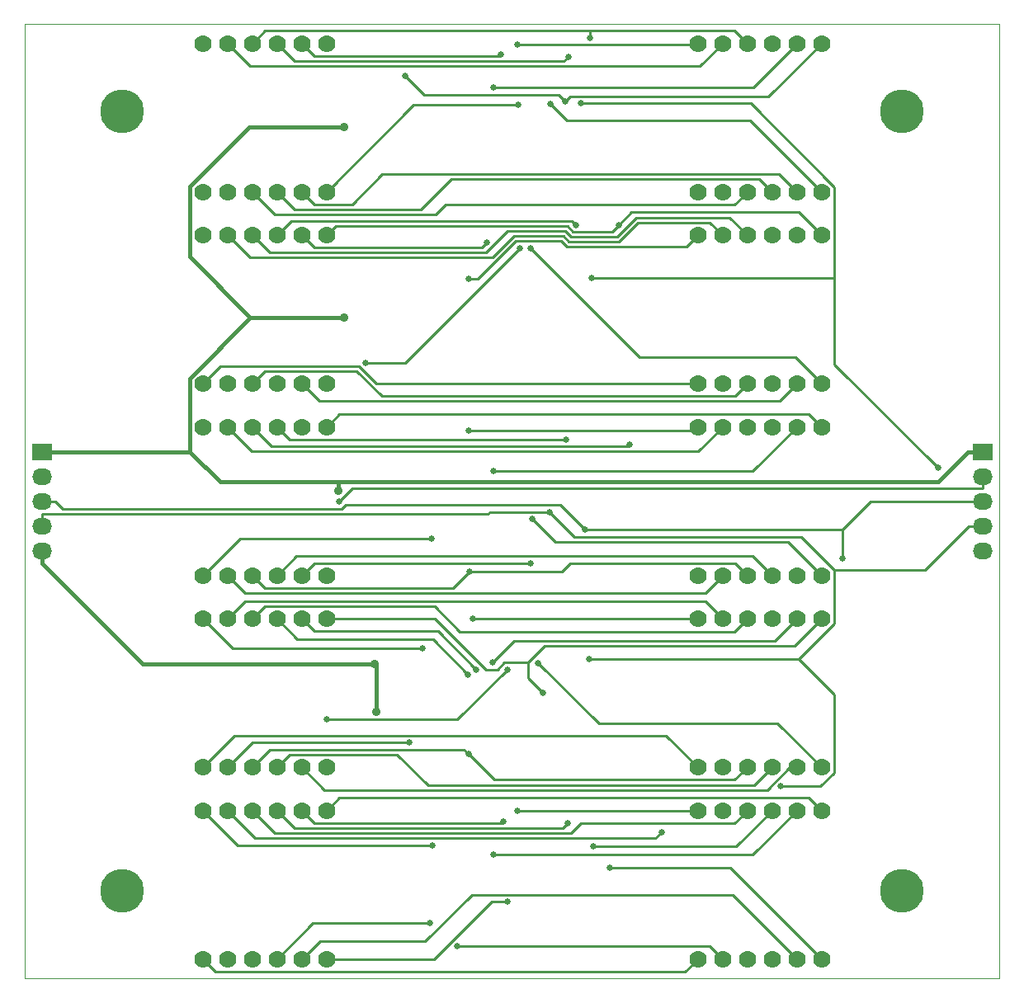
<source format=gtl>
G04 #@! TF.FileFunction,Copper,L1,Top,Signal*
%FSLAX46Y46*%
G04 Gerber Fmt 4.6, Leading zero omitted, Abs format (unit mm)*
G04 Created by KiCad (PCBNEW 4.0.2-stable) date 11/09/2016 10:57:48*
%MOMM*%
G01*
G04 APERTURE LIST*
%ADD10C,0.150000*%
%ADD11C,0.100000*%
%ADD12C,1.778000*%
%ADD13C,4.500880*%
%ADD14R,2.032000X1.727200*%
%ADD15O,2.032000X1.727200*%
%ADD16C,0.635000*%
%ADD17C,0.889000*%
%ADD18C,0.254000*%
%ADD19C,0.406400*%
G04 APERTURE END LIST*
D10*
D11*
X50800000Y-29000000D02*
X50800000Y-127000000D01*
X150800000Y-29000000D02*
X150800000Y-127000000D01*
X50800000Y-29000000D02*
X150800000Y-29000000D01*
X150800000Y-127000000D02*
X50800000Y-127000000D01*
D12*
X69050000Y-46250000D03*
X71590000Y-46250000D03*
X74130000Y-46250000D03*
X76670000Y-46250000D03*
X79210000Y-46250000D03*
X81750000Y-46250000D03*
X81750000Y-31010000D03*
X79210000Y-31010000D03*
X74130000Y-31010000D03*
X76670000Y-31010000D03*
X71590000Y-31010000D03*
X69050000Y-31010000D03*
D13*
X140800000Y-118000000D03*
X140800000Y-38000000D03*
X60800000Y-118000000D03*
X60800000Y-38000000D03*
D14*
X52540000Y-72920000D03*
D15*
X52540000Y-75460000D03*
X52540000Y-78000000D03*
X52540000Y-80540000D03*
X52540000Y-83080000D03*
D14*
X149060000Y-72920000D03*
D15*
X149060000Y-75460000D03*
X149060000Y-78000000D03*
X149060000Y-80540000D03*
X149060000Y-83080000D03*
D12*
X119850000Y-46250000D03*
X122390000Y-46250000D03*
X124930000Y-46250000D03*
X127470000Y-46250000D03*
X130010000Y-46250000D03*
X132550000Y-46250000D03*
X132550000Y-31010000D03*
X130010000Y-31010000D03*
X124930000Y-31010000D03*
X127470000Y-31010000D03*
X122390000Y-31010000D03*
X119850000Y-31010000D03*
X69050000Y-65935000D03*
X71590000Y-65935000D03*
X74130000Y-65935000D03*
X76670000Y-65935000D03*
X79210000Y-65935000D03*
X81750000Y-65935000D03*
X81750000Y-50695000D03*
X79210000Y-50695000D03*
X74130000Y-50695000D03*
X76670000Y-50695000D03*
X71590000Y-50695000D03*
X69050000Y-50695000D03*
X119850000Y-65935000D03*
X122390000Y-65935000D03*
X124930000Y-65935000D03*
X127470000Y-65935000D03*
X130010000Y-65935000D03*
X132550000Y-65935000D03*
X132550000Y-50695000D03*
X130010000Y-50695000D03*
X124930000Y-50695000D03*
X127470000Y-50695000D03*
X122390000Y-50695000D03*
X119850000Y-50695000D03*
X69050000Y-85620000D03*
X71590000Y-85620000D03*
X74130000Y-85620000D03*
X76670000Y-85620000D03*
X79210000Y-85620000D03*
X81750000Y-85620000D03*
X81750000Y-70380000D03*
X79210000Y-70380000D03*
X74130000Y-70380000D03*
X76670000Y-70380000D03*
X71590000Y-70380000D03*
X69050000Y-70380000D03*
X119850000Y-85620000D03*
X122390000Y-85620000D03*
X124930000Y-85620000D03*
X127470000Y-85620000D03*
X130010000Y-85620000D03*
X132550000Y-85620000D03*
X132550000Y-70380000D03*
X130010000Y-70380000D03*
X124930000Y-70380000D03*
X127470000Y-70380000D03*
X122390000Y-70380000D03*
X119850000Y-70380000D03*
X69050000Y-105305000D03*
X71590000Y-105305000D03*
X74130000Y-105305000D03*
X76670000Y-105305000D03*
X79210000Y-105305000D03*
X81750000Y-105305000D03*
X81750000Y-90065000D03*
X79210000Y-90065000D03*
X74130000Y-90065000D03*
X76670000Y-90065000D03*
X71590000Y-90065000D03*
X69050000Y-90065000D03*
X119850000Y-105305000D03*
X122390000Y-105305000D03*
X124930000Y-105305000D03*
X127470000Y-105305000D03*
X130010000Y-105305000D03*
X132550000Y-105305000D03*
X132550000Y-90065000D03*
X130010000Y-90065000D03*
X124930000Y-90065000D03*
X127470000Y-90065000D03*
X122390000Y-90065000D03*
X119850000Y-90065000D03*
X69050000Y-124990000D03*
X71590000Y-124990000D03*
X74130000Y-124990000D03*
X76670000Y-124990000D03*
X79210000Y-124990000D03*
X81750000Y-124990000D03*
X81750000Y-109750000D03*
X79210000Y-109750000D03*
X74130000Y-109750000D03*
X76670000Y-109750000D03*
X71590000Y-109750000D03*
X69050000Y-109750000D03*
X119850000Y-124990000D03*
X122390000Y-124990000D03*
X124930000Y-124990000D03*
X127470000Y-124990000D03*
X130010000Y-124990000D03*
X132550000Y-124990000D03*
X132550000Y-109750000D03*
X130010000Y-109750000D03*
X124930000Y-109750000D03*
X127470000Y-109750000D03*
X122390000Y-109750000D03*
X119850000Y-109750000D03*
D16*
X108304600Y-80936900D03*
X134673400Y-83891000D03*
X104641400Y-79107300D03*
X108733100Y-94230700D03*
X107849900Y-37168000D03*
X108981100Y-55072000D03*
X128317100Y-107269400D03*
X144486200Y-74586700D03*
X106252200Y-36962700D03*
X89841300Y-34327200D03*
X108763300Y-30428600D03*
X111760400Y-49635100D03*
X96440800Y-85191000D03*
X92552200Y-81816500D03*
X112853500Y-72176100D03*
X102705000Y-84334000D03*
X103975000Y-97685600D03*
X90231600Y-102760500D03*
X96355000Y-103972900D03*
X83015900Y-78068000D03*
X116136100Y-111959900D03*
X92372600Y-121314500D03*
X95134500Y-123665400D03*
D17*
X86889500Y-99589000D03*
X86710000Y-94715900D03*
X83523700Y-59145600D03*
X82939800Y-76895800D03*
X83561100Y-39584500D03*
D16*
X99681100Y-32132300D03*
X98895000Y-35510900D03*
X98177400Y-51466700D03*
X98895000Y-74926900D03*
X97127500Y-95301000D03*
X98762900Y-94558500D03*
X99852800Y-110874200D03*
X98895000Y-114259100D03*
X101435000Y-37327000D03*
X106540700Y-32352200D03*
X104699200Y-37235900D03*
X101370200Y-31137900D03*
X101627000Y-52042000D03*
X85764100Y-63835800D03*
X107311500Y-49635100D03*
X102705000Y-52042100D03*
X96355000Y-55207500D03*
X106329000Y-71677400D03*
X102842300Y-79806200D03*
X96355000Y-70775900D03*
X100304500Y-95261700D03*
X81750000Y-100414800D03*
X96285400Y-95764200D03*
X91629600Y-93116900D03*
X103482000Y-94586600D03*
X96749000Y-90065000D03*
X100329600Y-119089500D03*
X106515000Y-111083400D03*
X92632300Y-113362600D03*
X110840600Y-115637700D03*
X109139900Y-113426200D03*
X101309800Y-109744900D03*
D18*
X52540000Y-78000000D02*
X53937300Y-78000000D01*
X105753700Y-78386000D02*
X108304600Y-80936900D01*
X83686200Y-78386000D02*
X105753700Y-78386000D01*
X83305400Y-78766800D02*
X83686200Y-78386000D01*
X54704100Y-78766800D02*
X83305400Y-78766800D01*
X53937300Y-78000000D02*
X54704100Y-78766800D01*
X137610300Y-78000000D02*
X134673400Y-80936900D01*
X149060000Y-78000000D02*
X137610300Y-78000000D01*
X134673400Y-80936900D02*
X108304600Y-80936900D01*
X134673400Y-83891000D02*
X134673400Y-80936900D01*
X52540000Y-80540000D02*
X52540000Y-79295100D01*
X149060000Y-80540000D02*
X147662700Y-80540000D01*
X98505000Y-79107300D02*
X104641400Y-79107300D01*
X98317200Y-79295100D02*
X98505000Y-79107300D01*
X52540000Y-79295100D02*
X98317200Y-79295100D01*
X143132200Y-85070500D02*
X147662700Y-80540000D01*
X133847100Y-85070500D02*
X143132200Y-85070500D01*
X130449100Y-81672500D02*
X133847100Y-85070500D01*
X107206600Y-81672500D02*
X130449100Y-81672500D01*
X104641400Y-79107300D02*
X107206600Y-81672500D01*
X133820400Y-97847400D02*
X130203700Y-94230700D01*
X133820400Y-105841700D02*
X133820400Y-97847400D01*
X132392700Y-107269400D02*
X133820400Y-105841700D01*
X128317100Y-107269400D02*
X132392700Y-107269400D01*
X133847100Y-90587300D02*
X130203700Y-94230700D01*
X133847100Y-85070500D02*
X133847100Y-90587300D01*
X130203700Y-94230700D02*
X108733100Y-94230700D01*
X133843200Y-63943700D02*
X133843200Y-55072000D01*
X144486200Y-74586700D02*
X133843200Y-63943700D01*
X108981100Y-55072000D02*
X133843200Y-55072000D01*
X125268200Y-37168000D02*
X107849900Y-37168000D01*
X133843200Y-45743000D02*
X125268200Y-37168000D01*
X133843200Y-55072000D02*
X133843200Y-45743000D01*
X73923100Y-33343100D02*
X71590000Y-31010000D01*
X120056900Y-33343100D02*
X73923100Y-33343100D01*
X122390000Y-31010000D02*
X120056900Y-33343100D01*
X91801900Y-36287800D02*
X89841300Y-34327200D01*
X105577300Y-36287800D02*
X91801900Y-36287800D01*
X106252200Y-36962700D02*
X105577300Y-36287800D01*
X106745700Y-36469200D02*
X106252200Y-36962700D01*
X127090800Y-36469200D02*
X106745700Y-36469200D01*
X132550000Y-31010000D02*
X127090800Y-36469200D01*
X78465400Y-48045400D02*
X76670000Y-46250000D01*
X91424200Y-48045400D02*
X78465400Y-48045400D01*
X94523200Y-44946400D02*
X91424200Y-48045400D01*
X126166400Y-44946400D02*
X94523200Y-44946400D01*
X127470000Y-46250000D02*
X126166400Y-44946400D01*
X123627700Y-47552300D02*
X124930000Y-46250000D01*
X93953000Y-47552300D02*
X123627700Y-47552300D01*
X92951500Y-48553800D02*
X93953000Y-47552300D01*
X76433800Y-48553800D02*
X92951500Y-48553800D01*
X74130000Y-46250000D02*
X76433800Y-48553800D01*
X123628800Y-29708800D02*
X108763300Y-29708800D01*
X124930000Y-31010000D02*
X123628800Y-29708800D01*
X75431200Y-29708800D02*
X74130000Y-31010000D01*
X108763300Y-29708800D02*
X75431200Y-29708800D01*
X108763300Y-29708800D02*
X108763300Y-30428600D01*
X80497000Y-47537000D02*
X79210000Y-46250000D01*
X84361100Y-47537000D02*
X80497000Y-47537000D01*
X87462900Y-44435200D02*
X84361100Y-47537000D01*
X128195200Y-44435200D02*
X87462900Y-44435200D01*
X130010000Y-46250000D02*
X128195200Y-44435200D01*
X73899200Y-53004200D02*
X71590000Y-50695000D01*
X98760600Y-53004200D02*
X73899200Y-53004200D01*
X100981100Y-50783700D02*
X98760600Y-53004200D01*
X106034300Y-50783700D02*
X100981100Y-50783700D01*
X106601100Y-51350500D02*
X106034300Y-50783700D01*
X111752000Y-51350500D02*
X106601100Y-51350500D01*
X113699000Y-49403500D02*
X111752000Y-51350500D01*
X121098500Y-49403500D02*
X113699000Y-49403500D01*
X122390000Y-50695000D02*
X121098500Y-49403500D01*
X113050300Y-48345200D02*
X111760400Y-49635100D01*
X130200200Y-48345200D02*
X113050300Y-48345200D01*
X132550000Y-50695000D02*
X130200200Y-48345200D01*
X82677900Y-49767100D02*
X81750000Y-50695000D01*
X106455300Y-49767100D02*
X82677900Y-49767100D01*
X107022100Y-50333900D02*
X106455300Y-49767100D01*
X111061600Y-50333900D02*
X107022100Y-50333900D01*
X111760400Y-49635100D02*
X111061600Y-50333900D01*
X123656600Y-67208400D02*
X124930000Y-65935000D01*
X87429700Y-67208400D02*
X123656600Y-67208400D01*
X84838000Y-64616700D02*
X87429700Y-67208400D01*
X75448300Y-64616700D02*
X84838000Y-64616700D01*
X74130000Y-65935000D02*
X75448300Y-64616700D01*
X70878400Y-64106600D02*
X69050000Y-65935000D01*
X85046800Y-64106600D02*
X70878400Y-64106600D01*
X86875200Y-65935000D02*
X85046800Y-64106600D01*
X119850000Y-65935000D02*
X86875200Y-65935000D01*
X75930900Y-52495900D02*
X74130000Y-50695000D01*
X98136500Y-52495900D02*
X75930900Y-52495900D01*
X100357000Y-50275400D02*
X98136500Y-52495900D01*
X106244800Y-50275400D02*
X100357000Y-50275400D01*
X106811600Y-50842200D02*
X106244800Y-50275400D01*
X111541500Y-50842200D02*
X106811600Y-50842200D01*
X113488600Y-48895100D02*
X111541500Y-50842200D01*
X123130100Y-48895100D02*
X113488600Y-48895100D01*
X124930000Y-50695000D02*
X123130100Y-48895100D01*
X128220900Y-67724100D02*
X130010000Y-65935000D01*
X80999100Y-67724100D02*
X128220900Y-67724100D01*
X79210000Y-65935000D02*
X80999100Y-67724100D01*
X119885500Y-72884500D02*
X122390000Y-70380000D01*
X74094500Y-72884500D02*
X119885500Y-72884500D01*
X71590000Y-70380000D02*
X74094500Y-72884500D01*
X83067500Y-69062500D02*
X81750000Y-70380000D01*
X131232500Y-69062500D02*
X83067500Y-69062500D01*
X132550000Y-70380000D02*
X131232500Y-69062500D01*
X125484900Y-83634900D02*
X127470000Y-85620000D01*
X78655100Y-83634900D02*
X125484900Y-83634900D01*
X76670000Y-85620000D02*
X78655100Y-83634900D01*
X73373700Y-87403700D02*
X71590000Y-85620000D01*
X120606300Y-87403700D02*
X73373700Y-87403700D01*
X122390000Y-85620000D02*
X120606300Y-87403700D01*
X105932100Y-85191000D02*
X96440800Y-85191000D01*
X106781600Y-84341500D02*
X105932100Y-85191000D01*
X123651500Y-84341500D02*
X106781600Y-84341500D01*
X124930000Y-85620000D02*
X123651500Y-84341500D01*
X75405300Y-86895300D02*
X74130000Y-85620000D01*
X94736500Y-86895300D02*
X75405300Y-86895300D01*
X96440800Y-85191000D02*
X94736500Y-86895300D01*
X72853500Y-81816500D02*
X92552200Y-81816500D01*
X69050000Y-85620000D02*
X72853500Y-81816500D01*
X112653400Y-72376200D02*
X112853500Y-72176100D01*
X76126200Y-72376200D02*
X112653400Y-72376200D01*
X74130000Y-70380000D02*
X76126200Y-72376200D01*
X80496000Y-84334000D02*
X102705000Y-84334000D01*
X79210000Y-85620000D02*
X80496000Y-84334000D01*
X120611300Y-88286300D02*
X122390000Y-90065000D01*
X73368700Y-88286300D02*
X120611300Y-88286300D01*
X71590000Y-90065000D02*
X73368700Y-88286300D01*
X92903200Y-90065000D02*
X81750000Y-90065000D01*
X98121600Y-95283400D02*
X92903200Y-90065000D01*
X99294700Y-95283400D02*
X98121600Y-95283400D01*
X100015200Y-94562900D02*
X99294700Y-95283400D01*
X102416600Y-94562900D02*
X100015200Y-94562900D01*
X104128500Y-92851000D02*
X102416600Y-94562900D01*
X129764000Y-92851000D02*
X104128500Y-92851000D01*
X132550000Y-90065000D02*
X129764000Y-92851000D01*
X102416600Y-96127200D02*
X103975000Y-97685600D01*
X102416600Y-94562900D02*
X102416600Y-96127200D01*
X77993900Y-103981100D02*
X76670000Y-105305000D01*
X89003700Y-103981100D02*
X77993900Y-103981100D01*
X92163700Y-107141100D02*
X89003700Y-103981100D01*
X125633900Y-107141100D02*
X92163700Y-107141100D01*
X127470000Y-105305000D02*
X125633900Y-107141100D01*
X74134500Y-102760500D02*
X71590000Y-105305000D01*
X90231600Y-102760500D02*
X74134500Y-102760500D01*
X98977900Y-106595800D02*
X96355000Y-103972900D01*
X123639200Y-106595800D02*
X98977900Y-106595800D01*
X124930000Y-105305000D02*
X123639200Y-106595800D01*
X95854800Y-103472700D02*
X96355000Y-103972900D01*
X75962300Y-103472700D02*
X95854800Y-103472700D01*
X74130000Y-105305000D02*
X75962300Y-103472700D01*
X72293400Y-102061600D02*
X69050000Y-105305000D01*
X116606600Y-102061600D02*
X72293400Y-102061600D01*
X119850000Y-105305000D02*
X116606600Y-102061600D01*
X75400300Y-88794700D02*
X74130000Y-90065000D01*
X92827300Y-88794700D02*
X75400300Y-88794700D01*
X95421300Y-91388700D02*
X92827300Y-88794700D01*
X123606300Y-91388700D02*
X95421300Y-91388700D01*
X124930000Y-90065000D02*
X123606300Y-91388700D01*
X81554500Y-107649500D02*
X79210000Y-105305000D01*
X126948900Y-107649500D02*
X81554500Y-107649500D01*
X129293400Y-105305000D02*
X126948900Y-107649500D01*
X130010000Y-105305000D02*
X129293400Y-105305000D01*
X149060000Y-75460000D02*
X149060000Y-76704900D01*
X84379000Y-76704900D02*
X149060000Y-76704900D01*
X83015900Y-78068000D02*
X84379000Y-76704900D01*
X115502700Y-112593300D02*
X116136100Y-111959900D01*
X74433300Y-112593300D02*
X115502700Y-112593300D01*
X71590000Y-109750000D02*
X74433300Y-112593300D01*
X83042500Y-108457500D02*
X81750000Y-109750000D01*
X131257500Y-108457500D02*
X83042500Y-108457500D01*
X132550000Y-109750000D02*
X131257500Y-108457500D01*
X80345500Y-121314500D02*
X76670000Y-124990000D01*
X92372600Y-121314500D02*
X80345500Y-121314500D01*
X121065400Y-123665400D02*
X122390000Y-124990000D01*
X95134500Y-123665400D02*
X121065400Y-123665400D01*
X70351200Y-126291200D02*
X69050000Y-124990000D01*
X118548800Y-126291200D02*
X70351200Y-126291200D01*
X119850000Y-124990000D02*
X118548800Y-126291200D01*
X76464900Y-112084900D02*
X74130000Y-109750000D01*
X106804200Y-112084900D02*
X76464900Y-112084900D01*
X107850600Y-111038500D02*
X106804200Y-112084900D01*
X123641500Y-111038500D02*
X107850600Y-111038500D01*
X124930000Y-109750000D02*
X123641500Y-111038500D01*
X81062400Y-123137600D02*
X79210000Y-124990000D01*
X91891800Y-123137600D02*
X81062400Y-123137600D01*
X96638700Y-118390700D02*
X91891800Y-123137600D01*
X123410700Y-118390700D02*
X96638700Y-118390700D01*
X130010000Y-124990000D02*
X123410700Y-118390700D01*
D19*
X52540000Y-83080000D02*
X52540000Y-84401100D01*
X62854800Y-94715900D02*
X52540000Y-84401100D01*
X86710000Y-94715900D02*
X62854800Y-94715900D01*
X86889500Y-94895400D02*
X86710000Y-94715900D01*
X86889500Y-99589000D02*
X86889500Y-94895400D01*
X149060000Y-72920000D02*
X147586500Y-72920000D01*
X82939800Y-76895800D02*
X82939800Y-76027800D01*
X144478700Y-76027800D02*
X147586500Y-72920000D01*
X82939800Y-76027800D02*
X144478700Y-76027800D01*
X83523700Y-59145600D02*
X73933000Y-59145600D01*
X73794600Y-39584500D02*
X83561100Y-39584500D01*
X67701300Y-45677800D02*
X73794600Y-39584500D01*
X67701300Y-52913900D02*
X67701300Y-45677800D01*
X73933000Y-59145600D02*
X67701300Y-52913900D01*
X67703400Y-72920000D02*
X52540000Y-72920000D01*
X67703400Y-65375200D02*
X67703400Y-72920000D01*
X73933000Y-59145600D02*
X67703400Y-65375200D01*
X70811200Y-76027800D02*
X82939800Y-76027800D01*
X67703400Y-72920000D02*
X70811200Y-76027800D01*
D18*
X99487100Y-32326300D02*
X99681100Y-32132300D01*
X80526300Y-32326300D02*
X99487100Y-32326300D01*
X79210000Y-31010000D02*
X80526300Y-32326300D01*
X125509100Y-35510900D02*
X98895000Y-35510900D01*
X130010000Y-31010000D02*
X125509100Y-35510900D01*
X80502600Y-51987600D02*
X79210000Y-50695000D01*
X97656500Y-51987600D02*
X80502600Y-51987600D01*
X98177400Y-51466700D02*
X97656500Y-51987600D01*
X125463100Y-74926900D02*
X98895000Y-74926900D01*
X130010000Y-70380000D02*
X125463100Y-74926900D01*
X80483300Y-91338300D02*
X79210000Y-90065000D01*
X93164800Y-91338300D02*
X80483300Y-91338300D01*
X97127500Y-95301000D02*
X93164800Y-91338300D01*
X100978700Y-92342700D02*
X98762900Y-94558500D01*
X127732300Y-92342700D02*
X100978700Y-92342700D01*
X130010000Y-90065000D02*
X127732300Y-92342700D01*
X99706600Y-111020400D02*
X99852800Y-110874200D01*
X80480400Y-111020400D02*
X99706600Y-111020400D01*
X79210000Y-109750000D02*
X80480400Y-111020400D01*
X125500900Y-114259100D02*
X130010000Y-109750000D01*
X98895000Y-114259100D02*
X125500900Y-114259100D01*
X90673000Y-37327000D02*
X101435000Y-37327000D01*
X81750000Y-46250000D02*
X90673000Y-37327000D01*
X106058200Y-32834700D02*
X106540700Y-32352200D01*
X78494700Y-32834700D02*
X106058200Y-32834700D01*
X76670000Y-31010000D02*
X78494700Y-32834700D01*
X125233800Y-38933800D02*
X132550000Y-46250000D01*
X106397100Y-38933800D02*
X125233800Y-38933800D01*
X104699200Y-37235900D02*
X106397100Y-38933800D01*
X119722100Y-31137900D02*
X101370200Y-31137900D01*
X119850000Y-31010000D02*
X119722100Y-31137900D01*
X89833200Y-63835800D02*
X101627000Y-52042000D01*
X85764100Y-63835800D02*
X89833200Y-63835800D01*
X78142300Y-49222700D02*
X76670000Y-50695000D01*
X106899100Y-49222700D02*
X78142300Y-49222700D01*
X107311500Y-49635100D02*
X106899100Y-49222700D01*
X113872900Y-63210000D02*
X102705000Y-52042100D01*
X129825000Y-63210000D02*
X113872900Y-63210000D01*
X132550000Y-65935000D02*
X129825000Y-63210000D01*
X97276100Y-55207500D02*
X96355000Y-55207500D01*
X101191200Y-51292400D02*
X97276100Y-55207500D01*
X105824200Y-51292400D02*
X101191200Y-51292400D01*
X106390600Y-51858800D02*
X105824200Y-51292400D01*
X118686200Y-51858800D02*
X106390600Y-51858800D01*
X119850000Y-50695000D02*
X118686200Y-51858800D01*
X77967400Y-71677400D02*
X76670000Y-70380000D01*
X106329000Y-71677400D02*
X77967400Y-71677400D01*
X129110900Y-82180900D02*
X132550000Y-85620000D01*
X105217000Y-82180900D02*
X129110900Y-82180900D01*
X102842300Y-79806200D02*
X105217000Y-82180900D01*
X119454100Y-70775900D02*
X96355000Y-70775900D01*
X119850000Y-70380000D02*
X119454100Y-70775900D01*
X95151400Y-100414800D02*
X81750000Y-100414800D01*
X100304500Y-95261700D02*
X95151400Y-100414800D01*
X78756700Y-92151700D02*
X76670000Y-90065000D01*
X92672900Y-92151700D02*
X78756700Y-92151700D01*
X96285400Y-95764200D02*
X92672900Y-92151700D01*
X72101900Y-93116900D02*
X91629600Y-93116900D01*
X69050000Y-90065000D02*
X72101900Y-93116900D01*
X109676500Y-100781100D02*
X103482000Y-94586600D01*
X128026100Y-100781100D02*
X109676500Y-100781100D01*
X132550000Y-105305000D02*
X128026100Y-100781100D01*
X119850000Y-90065000D02*
X96749000Y-90065000D01*
X92803600Y-124990000D02*
X81750000Y-124990000D01*
X98704100Y-119089500D02*
X92803600Y-124990000D01*
X100329600Y-119089500D02*
X98704100Y-119089500D01*
X106021900Y-111576500D02*
X106515000Y-111083400D01*
X78496500Y-111576500D02*
X106021900Y-111576500D01*
X76670000Y-109750000D02*
X78496500Y-111576500D01*
X72662600Y-113362600D02*
X92632300Y-113362600D01*
X69050000Y-109750000D02*
X72662600Y-113362600D01*
X123197700Y-115637700D02*
X132550000Y-124990000D01*
X110840600Y-115637700D02*
X123197700Y-115637700D01*
X123793800Y-113426200D02*
X127470000Y-109750000D01*
X109139900Y-113426200D02*
X123793800Y-113426200D01*
X119844900Y-109744900D02*
X101309800Y-109744900D01*
X119850000Y-109750000D02*
X119844900Y-109744900D01*
M02*

</source>
